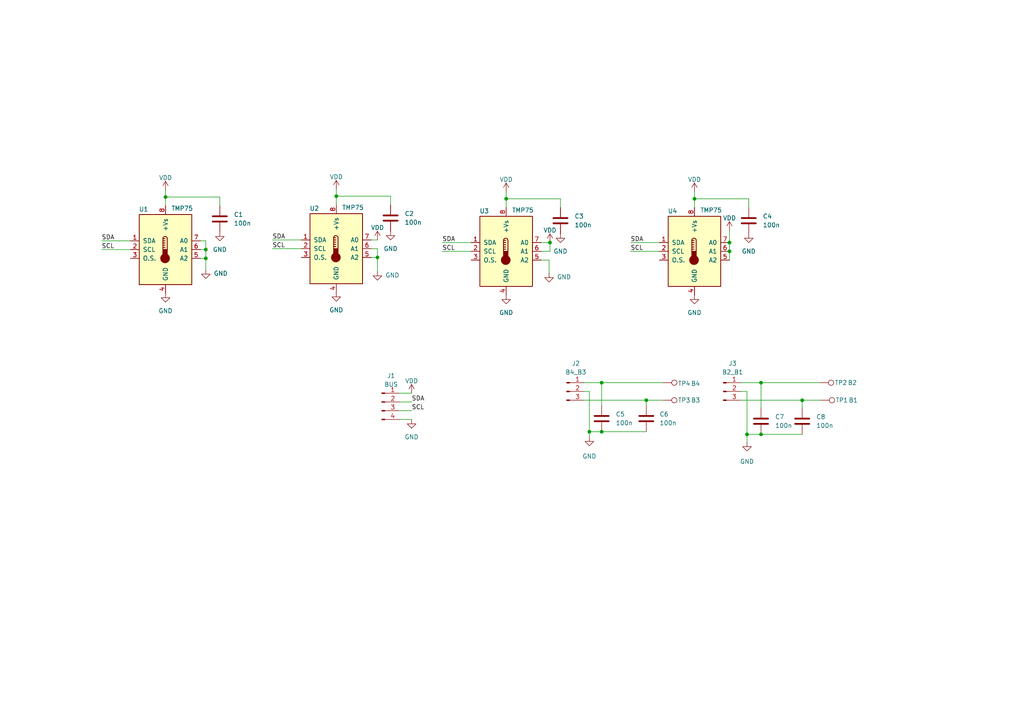
<source format=kicad_sch>
(kicad_sch (version 20210621) (generator eeschema)
  (paper "A4")
  (title_block (title "SDKK-LII-500-SB1") (date "2021-07-26") (rev "1") (company "FSCK.PL"))
  (lib_symbols
    (symbol "Connector:Conn_01x03_Male" (pin_names (offset 1.016) hide)
      (property "Reference" "J" (at 0 5.08 0))
      (property "Value" "Conn_01x03_Male" (at 0 -5.08 0))
      (symbol "Conn_01x03_Male_1_1"
        (rectangle (start 0.8636 -2.413) (end 0 -2.667) (stroke (width 0.1524)) (fill (type outline)))
        (rectangle (start 0.8636 0.127) (end 0 -0.127) (stroke (width 0.1524)) (fill (type outline)))
        (rectangle (start 0.8636 2.667) (end 0 2.413) (stroke (width 0.1524)) (fill (type outline)))
        (polyline (pts (xy 1.27 -2.54) (xy 0.8636 -2.54)) (stroke (width 0.1524)))
        (polyline (pts (xy 1.27 0) (xy 0.8636 0)) (stroke (width 0.1524)))
        (polyline (pts (xy 1.27 2.54) (xy 0.8636 2.54)) (stroke (width 0.1524)))
        (pin passive line (at 5.08 2.54 180) (length 3.81) (name "Pin_1") (number "1"))
        (pin passive line (at 5.08 0 180) (length 3.81) (name "Pin_2") (number "2"))
        (pin passive line (at 5.08 -2.54 180) (length 3.81) (name "Pin_3") (number "3"))
      )
    )
    (symbol "Connector:Conn_01x04_Male" (pin_names (offset 1.016) hide)
      (property "Reference" "J" (at 0 5.08 0))
      (property "Value" "Conn_01x04_Male" (at 0 -7.62 0))
      (symbol "Conn_01x04_Male_1_1"
        (rectangle (start 0.8636 -4.953) (end 0 -5.207) (stroke (width 0.1524)) (fill (type outline)))
        (rectangle (start 0.8636 -2.413) (end 0 -2.667) (stroke (width 0.1524)) (fill (type outline)))
        (rectangle (start 0.8636 0.127) (end 0 -0.127) (stroke (width 0.1524)) (fill (type outline)))
        (rectangle (start 0.8636 2.667) (end 0 2.413) (stroke (width 0.1524)) (fill (type outline)))
        (polyline (pts (xy 1.27 -5.08) (xy 0.8636 -5.08)) (stroke (width 0.1524)))
        (polyline (pts (xy 1.27 -2.54) (xy 0.8636 -2.54)) (stroke (width 0.1524)))
        (polyline (pts (xy 1.27 0) (xy 0.8636 0)) (stroke (width 0.1524)))
        (polyline (pts (xy 1.27 2.54) (xy 0.8636 2.54)) (stroke (width 0.1524)))
        (pin passive line (at 5.08 2.54 180) (length 3.81) (name "Pin_1") (number "1"))
        (pin passive line (at 5.08 0 180) (length 3.81) (name "Pin_2") (number "2"))
        (pin passive line (at 5.08 -2.54 180) (length 3.81) (name "Pin_3") (number "3"))
        (pin passive line (at 5.08 -5.08 180) (length 3.81) (name "Pin_4") (number "4"))
      )
    )
    (symbol "Connector:TestPoint" (pin_numbers hide) (pin_names (offset 0.762) hide)
      (property "Reference" "TP" (at 0 6.858 0))
      (property "Value" "TestPoint" (at 0 5.08 0))
      (symbol "TestPoint_0_1"
        (circle (center 0 3.302) (radius 0.762))
      )
      (symbol "TestPoint_1_1"
        (pin passive line (at 0 0 90) (length 2.54) (name "1") (number "1"))
      )
    )
    (symbol "Device:C" (pin_numbers hide) (pin_names (offset 0.254))
      (property "Reference" "C" (at 0.635 2.54 0))
      (property "Value" "C" (at 0.635 -2.54 0))
      (symbol "C_0_1"
        (polyline (pts (xy -2.032 -0.762) (xy 2.032 -0.762)) (stroke (width 0.508)))
        (polyline (pts (xy -2.032 0.762) (xy 2.032 0.762)) (stroke (width 0.508)))
      )
      (symbol "C_1_1"
        (pin passive line (at 0 3.81 270) (length 2.794) (name "~") (number "1"))
        (pin passive line (at 0 -3.81 90) (length 2.794) (name "~") (number "2"))
      )
    )
    (symbol "Sensor_Temperature:LM75B" (pin_names (offset 1.016))
      (property "Reference" "U" (at -6.35 11.43 0))
      (property "Value" "LM75B" (at 0 11.43 0))
      (symbol "LM75B_0_1"
        (arc (start 0.508 3.175) (end -0.762 3.175) (radius (at -0.127 3.175) (length 0.635) (angles 0.1 179.9)) (stroke (width 0.254)))
        (circle (center -0.127 -2.54) (radius 1.27) (stroke (width 0.254)) (fill (type outline)))
        (rectangle (start 0.508 -1.905) (end -0.762 0) (stroke (width 0.254)) (fill (type outline)))
        (rectangle (start -7.62 10.16) (end 7.62 -10.16) (stroke (width 0.254)) (fill (type background)))
        (polyline (pts (xy -0.762 0.635) (xy -0.127 0.635)) (stroke (width 0.254)))
        (polyline (pts (xy -0.762 1.27) (xy -0.127 1.27)) (stroke (width 0.254)))
        (polyline (pts (xy -0.762 1.905) (xy -0.127 1.905)) (stroke (width 0.254)))
        (polyline (pts (xy -0.762 2.54) (xy -0.127 2.54)) (stroke (width 0.254)))
        (polyline (pts (xy -0.762 3.175) (xy -0.762 0)) (stroke (width 0.254)))
        (polyline (pts (xy -0.762 3.175) (xy -0.127 3.175)) (stroke (width 0.254)))
        (polyline (pts (xy 0.508 3.175) (xy 0.508 0)) (stroke (width 0.254)))
      )
      (symbol "LM75B_1_1"
        (pin bidirectional line (at -10.16 2.54 0) (length 2.54) (name "SDA") (number "1"))
        (pin input line (at -10.16 0 0) (length 2.54) (name "SCL") (number "2"))
        (pin open_collector line (at -10.16 -2.54 0) (length 2.54) (name "O.S.") (number "3"))
        (pin power_in line (at 0 -12.7 90) (length 2.54) (name "GND") (number "4"))
        (pin input line (at 10.16 -2.54 180) (length 2.54) (name "A2") (number "5"))
        (pin input line (at 10.16 0 180) (length 2.54) (name "A1") (number "6"))
        (pin input line (at 10.16 2.54 180) (length 2.54) (name "A0") (number "7"))
        (pin power_in line (at 0 12.7 270) (length 2.54) (name "+Vs") (number "8"))
      )
    )
    (symbol "power:GND" (power) (pin_names (offset 0))
      (property "Value" "GND" (at 0 -3.81 0))
      (symbol "GND_0_1"
        (polyline (pts (xy 0 0) (xy 0 -1.27) (xy 1.27 -1.27) (xy 0 -2.54) (xy -1.27 -1.27) (xy 0 -1.27)))
      )
      (symbol "GND_1_1"
        (pin power_in line (at 0 0 270) (length 0) hide (name "GND") (number "1"))
      )
    )
    (symbol "power:VDD" (power) (pin_names (offset 0))
      (property "Value" "VDD" (at 0 3.81 0))
      (symbol "VDD_0_1"
        (polyline (pts (xy -0.762 1.27) (xy 0 2.54)))
        (polyline (pts (xy 0 0) (xy 0 2.54)))
        (polyline (pts (xy 0 2.54) (xy 0.762 1.27)))
      )
      (symbol "VDD_1_1"
        (pin power_in line (at 0 0 90) (length 0) hide (name "VDD") (number "1"))
      )
    )
  )
  (junction (at 48.006 57.15) (diameter 0.9144))
  (junction (at 59.69 72.39) (diameter 0.9144))
  (junction (at 59.69 74.93) (diameter 0.9144))
  (junction (at 97.536 56.896) (diameter 0.9144))
  (junction (at 109.474 74.676) (diameter 0.9144))
  (junction (at 146.812 57.658) (diameter 0.9144))
  (junction (at 159.512 70.358) (diameter 0.9144))
  (junction (at 170.942 125.222) (diameter 0.9144))
  (junction (at 174.498 110.998) (diameter 0.9144))
  (junction (at 174.498 125.222) (diameter 0.9144))
  (junction (at 187.452 116.078) (diameter 0.9144))
  (junction (at 201.422 57.658) (diameter 0.9144))
  (junction (at 211.582 70.358) (diameter 0.9144))
  (junction (at 211.582 72.898) (diameter 0.9144))
  (junction (at 216.662 125.984) (diameter 0.9144))
  (junction (at 220.726 110.998) (diameter 0.9144))
  (junction (at 220.726 125.984) (diameter 0.9144))
  (junction (at 232.664 116.078) (diameter 0.9144))
  (wire (pts (xy 29.464 69.85) (xy 37.846 69.85)))
  (wire (pts (xy 29.464 72.39) (xy 37.846 72.39)))
  (wire (pts (xy 48.006 55.118) (xy 48.006 57.15)))
  (wire (pts (xy 48.006 57.15) (xy 48.006 59.69)))
  (wire (pts (xy 48.006 57.15) (xy 63.754 57.15)))
  (wire (pts (xy 58.166 69.85) (xy 59.69 69.85)))
  (wire (pts (xy 58.166 72.39) (xy 59.69 72.39)))
  (wire (pts (xy 58.166 74.93) (xy 59.69 74.93)))
  (wire (pts (xy 59.69 69.85) (xy 59.69 72.39)))
  (wire (pts (xy 59.69 72.39) (xy 59.69 74.93)))
  (wire (pts (xy 59.69 74.93) (xy 59.69 78.232)))
  (wire (pts (xy 63.754 57.15) (xy 63.754 59.69)))
  (wire (pts (xy 78.994 69.596) (xy 87.376 69.596)))
  (wire (pts (xy 78.994 72.136) (xy 87.376 72.136)))
  (wire (pts (xy 97.536 54.864) (xy 97.536 56.896)))
  (wire (pts (xy 97.536 56.896) (xy 97.536 59.436)))
  (wire (pts (xy 97.536 56.896) (xy 113.284 56.896)))
  (wire (pts (xy 107.696 69.596) (xy 109.474 69.596)))
  (wire (pts (xy 107.696 72.136) (xy 109.474 72.136)))
  (wire (pts (xy 107.696 74.676) (xy 109.474 74.676)))
  (wire (pts (xy 109.474 72.136) (xy 109.474 74.676)))
  (wire (pts (xy 109.474 74.676) (xy 109.474 78.74)))
  (wire (pts (xy 113.284 56.896) (xy 113.284 59.436)))
  (wire (pts (xy 115.824 114.046) (xy 119.38 114.046)))
  (wire (pts (xy 115.824 116.586) (xy 119.38 116.586)))
  (wire (pts (xy 115.824 119.126) (xy 119.38 119.126)))
  (wire (pts (xy 119.38 121.666) (xy 115.824 121.666)))
  (wire (pts (xy 128.27 70.358) (xy 136.652 70.358)))
  (wire (pts (xy 128.27 72.898) (xy 136.652 72.898)))
  (wire (pts (xy 146.812 55.626) (xy 146.812 57.658)))
  (wire (pts (xy 146.812 57.658) (xy 146.812 60.198)))
  (wire (pts (xy 146.812 57.658) (xy 162.56 57.658)))
  (wire (pts (xy 156.972 70.358) (xy 159.512 70.358)))
  (wire (pts (xy 156.972 72.898) (xy 159.512 72.898)))
  (wire (pts (xy 156.972 75.438) (xy 159.258 75.438)))
  (wire (pts (xy 159.258 75.438) (xy 159.258 79.248)))
  (wire (pts (xy 159.512 72.898) (xy 159.512 70.358)))
  (wire (pts (xy 162.56 57.658) (xy 162.56 60.198)))
  (wire (pts (xy 169.418 110.998) (xy 174.498 110.998)))
  (wire (pts (xy 169.418 113.538) (xy 170.942 113.538)))
  (wire (pts (xy 169.418 116.078) (xy 187.452 116.078)))
  (wire (pts (xy 170.942 113.538) (xy 170.942 125.222)))
  (wire (pts (xy 170.942 125.222) (xy 170.942 126.746)))
  (wire (pts (xy 174.498 110.998) (xy 174.498 117.602)))
  (wire (pts (xy 174.498 110.998) (xy 192.278 110.998)))
  (wire (pts (xy 174.498 125.222) (xy 170.942 125.222)))
  (wire (pts (xy 174.498 125.222) (xy 187.452 125.222)))
  (wire (pts (xy 182.88 70.358) (xy 191.262 70.358)))
  (wire (pts (xy 182.88 72.898) (xy 191.262 72.898)))
  (wire (pts (xy 187.452 116.078) (xy 187.452 117.602)))
  (wire (pts (xy 187.452 116.078) (xy 192.278 116.078)))
  (wire (pts (xy 201.422 55.626) (xy 201.422 57.658)))
  (wire (pts (xy 201.422 57.658) (xy 201.422 60.198)))
  (wire (pts (xy 201.422 57.658) (xy 217.17 57.658)))
  (wire (pts (xy 211.582 66.802) (xy 211.582 70.358)))
  (wire (pts (xy 211.582 70.358) (xy 211.582 72.898)))
  (wire (pts (xy 211.582 72.898) (xy 211.582 75.438)))
  (wire (pts (xy 214.884 110.998) (xy 220.726 110.998)))
  (wire (pts (xy 214.884 113.538) (xy 216.662 113.538)))
  (wire (pts (xy 214.884 116.078) (xy 232.664 116.078)))
  (wire (pts (xy 216.662 113.538) (xy 216.662 125.984)))
  (wire (pts (xy 216.662 125.984) (xy 216.662 128.27)))
  (wire (pts (xy 217.17 57.658) (xy 217.17 60.198)))
  (wire (pts (xy 220.726 110.998) (xy 220.726 118.364)))
  (wire (pts (xy 220.726 110.998) (xy 237.744 110.998)))
  (wire (pts (xy 220.726 125.984) (xy 216.662 125.984)))
  (wire (pts (xy 220.726 125.984) (xy 232.664 125.984)))
  (wire (pts (xy 232.664 116.078) (xy 232.664 118.364)))
  (wire (pts (xy 232.664 116.078) (xy 237.998 116.078)))
  (label "SDA" (at 29.464 69.85 0))
  (label "SCL" (at 29.464 72.39 0))
  (label "SDA" (at 78.994 69.596 0))
  (label "SCL" (at 78.994 72.136 0))
  (label "SDA" (at 119.38 116.586 0))
  (label "SCL" (at 119.38 119.126 0))
  (label "SDA" (at 128.27 70.358 0))
  (label "SCL" (at 128.27 72.898 0))
  (label "SDA" (at 182.88 70.358 0))
  (label "SCL" (at 182.88 72.898 0))
  (symbol (lib_id "power:VDD") (at 48.006 55.118 0) (unit 1)
    (property "Reference" "#PWR0116" (effects hide))
    (property "Value" "VDD" (at 48.006 51.562 0))
  )
  (symbol (lib_id "power:VDD") (at 97.536 54.864 0) (unit 1)
    (property "Reference" "#PWR0112" (effects hide))
    (property "Value" "VDD" (at 97.536 51.308 0))
  )
  (symbol (lib_id "power:VDD") (at 109.474 69.596 0) (unit 1)
    (property "Reference" "#PWR0114" (effects hide))
    (property "Value" "VDD" (at 109.474 66.04 0))
  )
  (symbol (lib_id "power:VDD") (at 119.38 114.046 0) (unit 1)
    (property "Reference" "#PWR01" (effects hide))
    (property "Value" "VDD" (at 119.38 110.49 0))
  )
  (symbol (lib_id "power:VDD") (at 146.812 55.626 0) (unit 1)
    (property "Reference" "#PWR0104" (effects hide))
    (property "Value" "VDD" (at 146.812 52.07 0))
  )
  (symbol (lib_id "power:VDD") (at 159.512 70.358 0) (unit 1)
    (property "Reference" "#PWR0108" (effects hide))
    (property "Value" "VDD" (at 159.512 66.802 0))
  )
  (symbol (lib_id "power:VDD") (at 201.422 55.626 0) (unit 1)
    (property "Reference" "#PWR0105" (effects hide))
    (property "Value" "VDD" (at 201.422 52.07 0))
  )
  (symbol (lib_id "power:VDD") (at 211.582 66.802 0) (unit 1)
    (property "Reference" "#PWR0106" (effects hide))
    (property "Value" "VDD" (at 211.582 63.246 0))
  )
  (symbol (lib_id "Connector:TestPoint") (at 192.278 110.998 270) (unit 1)
    (property "Reference" "TP4" (at 196.596 111.2519 90) (effects (justify left)))
    (property "Value" "B4" (at 200.406 111.2519 90) (effects (justify left)))
    (property "Footprint" "TestPoint:TestPoint_Loop_D2.54mm_Drill1.5mm_Beaded" (effects hide))
  )
  (symbol (lib_id "Connector:TestPoint") (at 192.278 116.078 270) (unit 1)
    (property "Reference" "TP3" (at 196.596 116.0779 90) (effects (justify left)))
    (property "Value" "B3" (at 200.406 116.0779 90) (effects (justify left)))
    (property "Footprint" "TestPoint:TestPoint_Loop_D2.54mm_Drill1.5mm_Beaded" (effects hide))
  )
  (symbol (lib_id "Connector:TestPoint") (at 237.744 110.998 270) (unit 1)
    (property "Reference" "TP2" (at 242.062 110.9979 90) (effects (justify left)))
    (property "Value" "B2" (at 245.872 110.9979 90) (effects (justify left)))
    (property "Footprint" "TestPoint:TestPoint_Loop_D2.54mm_Drill1.5mm_Beaded" (effects hide))
  )
  (symbol (lib_id "Connector:TestPoint") (at 237.998 116.078 270) (unit 1)
    (property "Reference" "TP1" (at 242.316 116.0779 90) (effects (justify left)))
    (property "Value" "B1" (at 246.126 116.0779 90) (effects (justify left)))
    (property "Footprint" "TestPoint:TestPoint_Loop_D2.54mm_Drill1.5mm_Beaded" (effects hide))
  )
  (symbol (lib_id "power:GND") (at 48.006 85.09 0) (unit 1)
    (property "Reference" "#PWR0117" (effects hide))
    (property "Value" "GND" (at 48.006 90.17 0))
  )
  (symbol (lib_id "power:GND") (at 59.69 78.232 0) (unit 1)
    (property "Reference" "#PWR0118" (effects hide))
    (property "Value" "GND" (at 61.976 79.3114 0) (effects (justify left)))
  )
  (symbol (lib_id "power:GND") (at 63.754 67.31 0) (unit 1)
    (property "Reference" "#PWR0115" (effects hide))
    (property "Value" "GND" (at 63.754 72.39 0))
  )
  (symbol (lib_id "power:GND") (at 97.536 84.836 0) (unit 1)
    (property "Reference" "#PWR0110" (effects hide))
    (property "Value" "GND" (at 97.536 89.916 0))
  )
  (symbol (lib_id "power:GND") (at 109.474 78.74 0) (unit 1)
    (property "Reference" "#PWR0111" (effects hide))
    (property "Value" "GND" (at 111.76 79.8194 0) (effects (justify left)))
  )
  (symbol (lib_id "power:GND") (at 113.284 67.056 0) (unit 1)
    (property "Reference" "#PWR0113" (effects hide))
    (property "Value" "GND" (at 113.284 72.136 0))
  )
  (symbol (lib_id "power:GND") (at 119.38 121.666 0) (unit 1)
    (property "Reference" "#PWR02" (effects hide))
    (property "Value" "GND" (at 119.38 126.746 0))
  )
  (symbol (lib_id "power:GND") (at 146.812 85.598 0) (unit 1)
    (property "Reference" "#PWR0102" (effects hide))
    (property "Value" "GND" (at 146.812 90.678 0))
  )
  (symbol (lib_id "power:GND") (at 159.258 79.248 0) (unit 1)
    (property "Reference" "#PWR0103" (effects hide))
    (property "Value" "GND" (at 161.544 80.3274 0) (effects (justify left)))
  )
  (symbol (lib_id "power:GND") (at 162.56 67.818 0) (unit 1)
    (property "Reference" "#PWR0107" (effects hide))
    (property "Value" "GND" (at 162.56 72.898 0))
  )
  (symbol (lib_id "power:GND") (at 170.942 126.746 0) (unit 1)
    (property "Reference" "#PWR03" (effects hide))
    (property "Value" "GND" (at 170.942 132.334 0))
  )
  (symbol (lib_id "power:GND") (at 201.422 85.598 0) (unit 1)
    (property "Reference" "#PWR0101" (effects hide))
    (property "Value" "GND" (at 201.422 90.678 0))
  )
  (symbol (lib_id "power:GND") (at 216.662 128.27 0) (unit 1)
    (property "Reference" "#PWR04" (effects hide))
    (property "Value" "GND" (at 216.662 133.858 0))
  )
  (symbol (lib_id "power:GND") (at 217.17 67.818 0) (unit 1)
    (property "Reference" "#PWR0109" (effects hide))
    (property "Value" "GND" (at 217.17 72.898 0))
  )
  (symbol (lib_id "Connector:Conn_01x03_Male") (at 164.338 113.538 0) (unit 1)
    (property "Reference" "J2" (at 167.0304 105.41 0))
    (property "Value" "B4_B3" (at 167.0304 107.95 0))
    (property "Footprint" "Connector_PinHeader_2.54mm:PinHeader_1x03_P2.54mm_Vertical" (effects hide))
  )
  (symbol (lib_id "Connector:Conn_01x03_Male") (at 209.804 113.538 0) (unit 1)
    (property "Reference" "J3" (at 212.4964 105.41 0))
    (property "Value" "B2_B1" (at 212.4964 107.95 0))
    (property "Footprint" "Connector_PinHeader_2.54mm:PinHeader_1x03_P2.54mm_Vertical" (effects hide))
  )
  (symbol (lib_id "Device:C") (at 63.754 63.5 0) (unit 1)
    (property "Reference" "C1" (at 67.818 62.2299 0) (effects (justify left)))
    (property "Value" "100n" (at 67.818 64.7699 0) (effects (justify left)))
    (property "Footprint" "Capacitor_SMD:C_0402_1005Metric" (effects hide))
    (property "Manufacturer" "Samsung Electro-Mechanics" (effects hide))
    (property "MFR.Part #" " CL05B104KO5NNNC " (effects hide))
    (property "JLCPCB Part #" "C1525" (effects hide))
    (property "Description" "0402 Multilayer Ceramic Capacitors MLCC - SMD/SMT ROHS" (effects hide))
  )
  (symbol (lib_id "Device:C") (at 113.284 63.246 0) (unit 1)
    (property "Reference" "C2" (at 117.348 61.9759 0) (effects (justify left)))
    (property "Value" "100n" (at 117.348 64.5159 0) (effects (justify left)))
    (property "Footprint" "Capacitor_SMD:C_0402_1005Metric" (effects hide))
    (property "Manufacturer" "Samsung Electro-Mechanics" (effects hide))
    (property "MFR.Part #" " CL05B104KO5NNNC " (effects hide))
    (property "JLCPCB Part #" "C1525" (effects hide))
    (property "Description" "0402 Multilayer Ceramic Capacitors MLCC - SMD/SMT ROHS" (effects hide))
  )
  (symbol (lib_id "Device:C") (at 162.56 64.008 0) (unit 1)
    (property "Reference" "C3" (at 166.624 62.7379 0) (effects (justify left)))
    (property "Value" "100n" (at 166.624 65.2779 0) (effects (justify left)))
    (property "Footprint" "Capacitor_SMD:C_0402_1005Metric" (effects hide))
    (property "Manufacturer" "Samsung Electro-Mechanics" (effects hide))
    (property "MFR.Part #" " CL05B104KO5NNNC " (effects hide))
    (property "JLCPCB Part #" "C1525" (effects hide))
    (property "Description" "0402 Multilayer Ceramic Capacitors MLCC - SMD/SMT ROHS" (effects hide))
  )
  (symbol (lib_id "Device:C") (at 174.498 121.412 180) (unit 1)
    (property "Reference" "C5" (at 178.562 120.1419 0) (effects (justify right)))
    (property "Value" "100n" (at 178.562 122.6819 0) (effects (justify right)))
    (property "Footprint" "Capacitor_SMD:C_0402_1005Metric" (effects hide))
    (property "Manufacturer" "Samsung Electro-Mechanics" (effects hide))
    (property "MFR.Part #" " CL05B104KO5NNNC " (effects hide))
    (property "JLCPCB Part #" "C1525" (effects hide))
    (property "Description" "0402 Multilayer Ceramic Capacitors MLCC - SMD/SMT ROHS" (effects hide))
  )
  (symbol (lib_id "Device:C") (at 187.452 121.412 180) (unit 1)
    (property "Reference" "C6" (at 191.262 120.1419 0) (effects (justify right)))
    (property "Value" "100n" (at 191.262 122.6819 0) (effects (justify right)))
    (property "Footprint" "Capacitor_SMD:C_0402_1005Metric" (effects hide))
    (property "Manufacturer" "Samsung Electro-Mechanics" (effects hide))
    (property "MFR.Part #" " CL05B104KO5NNNC " (effects hide))
    (property "JLCPCB Part #" "C1525" (effects hide))
    (property "Description" "0402 Multilayer Ceramic Capacitors MLCC - SMD/SMT ROHS" (effects hide))
  )
  (symbol (lib_id "Device:C") (at 217.17 64.008 0) (unit 1)
    (property "Reference" "C4" (at 221.234 62.7379 0) (effects (justify left)))
    (property "Value" "100n" (at 221.234 65.2779 0) (effects (justify left)))
    (property "Footprint" "Capacitor_SMD:C_0402_1005Metric" (effects hide))
    (property "Manufacturer" "Samsung Electro-Mechanics" (effects hide))
    (property "MFR.Part #" " CL05B104KO5NNNC " (effects hide))
    (property "JLCPCB Part #" "C1525" (effects hide))
    (property "Description" "0402 Multilayer Ceramic Capacitors MLCC - SMD/SMT ROHS" (effects hide))
  )
  (symbol (lib_id "Device:C") (at 220.726 122.174 0) (unit 1)
    (property "Reference" "C7" (at 224.79 120.9039 0) (effects (justify left)))
    (property "Value" "100n" (at 224.79 123.4439 0) (effects (justify left)))
    (property "Footprint" "Capacitor_SMD:C_0402_1005Metric" (effects hide))
    (property "Manufacturer" "Samsung Electro-Mechanics" (effects hide))
    (property "MFR.Part #" " CL05B104KO5NNNC " (effects hide))
    (property "JLCPCB Part #" "C1525" (effects hide))
    (property "Description" "0402 Multilayer Ceramic Capacitors MLCC - SMD/SMT ROHS" (effects hide))
  )
  (symbol (lib_id "Device:C") (at 232.664 122.174 0) (unit 1)
    (property "Reference" "C8" (at 236.728 120.9039 0) (effects (justify left)))
    (property "Value" "100n" (at 236.728 123.4439 0) (effects (justify left)))
    (property "Footprint" "Capacitor_SMD:C_0402_1005Metric" (effects hide))
    (property "Manufacturer" "Samsung Electro-Mechanics" (effects hide))
    (property "MFR.Part #" " CL05B104KO5NNNC " (effects hide))
    (property "JLCPCB Part #" "C1525" (effects hide))
    (property "Description" "0402 Multilayer Ceramic Capacitors MLCC - SMD/SMT ROHS" (effects hide))
  )
  (symbol (lib_id "Connector:Conn_01x04_Male") (at 110.744 116.586 0) (unit 1)
    (property "Reference" "J1" (at 113.4364 108.966 0))
    (property "Value" "BUS" (at 113.4364 111.506 0))
    (property "Footprint" "Connector_PinHeader_2.54mm:PinHeader_1x04_P2.54mm_Vertical" (effects hide))
  )
  (symbol (lib_id "Sensor_Temperature:LM75B") (at 48.006 72.39 0) (unit 1)
    (property "Reference" "U1" (at 41.656 60.706 0))
    (property "Value" "TMP75" (at 52.832 60.452 0))
    (property "Footprint" "Package_SO:SO-8_3.9x4.9mm_P1.27mm" (effects hide))
    (property "Datasheet" "https://datasheet.lcsc.com/lcsc/1809081725_Texas-Instruments-TMP75AIDR_C30389.pdf" (effects hide))
    (property "Manufacturer" "Texas Instruments" (effects hide))
    (property "MFR.Part #" "TMP75AIDR" (effects hide))
    (property "JLCPCB Part #" "C30389" (effects hide))
    (property "Description" "-40°C ~ 125°C One-Shot, Output Switch, Programmable Resolution, Shutdown Mode, Standby Mode - Digital, Local 11 b I²C/SMBus SOIC-8_150mil Temperature Sensors ROHS" (effects hide))
  )
  (symbol (lib_id "Sensor_Temperature:LM75B") (at 97.536 72.136 0) (unit 1)
    (property "Reference" "U2" (at 91.186 60.452 0))
    (property "Value" "TMP75" (at 102.362 60.198 0))
    (property "Footprint" "Package_SO:SO-8_3.9x4.9mm_P1.27mm" (effects hide))
    (property "Datasheet" "https://datasheet.lcsc.com/lcsc/1809081725_Texas-Instruments-TMP75AIDR_C30389.pdf" (effects hide))
    (property "Manufacturer" "Texas Instruments" (effects hide))
    (property "MFR.Part #" "TMP75AIDR" (effects hide))
    (property "JLCPCB Part #" "C30389" (effects hide))
    (property "Description" "-40°C ~ 125°C One-Shot, Output Switch, Programmable Resolution, Shutdown Mode, Standby Mode - Digital, Local 11 b I²C/SMBus SOIC-8_150mil Temperature Sensors ROHS" (effects hide))
  )
  (symbol (lib_id "Sensor_Temperature:LM75B") (at 146.812 72.898 0) (unit 1)
    (property "Reference" "U3" (at 140.462 61.214 0))
    (property "Value" "TMP75" (at 151.638 60.96 0))
    (property "Footprint" "Package_SO:SO-8_3.9x4.9mm_P1.27mm" (effects hide))
    (property "Datasheet" "https://datasheet.lcsc.com/lcsc/1809081725_Texas-Instruments-TMP75AIDR_C30389.pdf" (effects hide))
    (property "Manufacturer" "Texas Instruments" (effects hide))
    (property "MFR.Part #" "TMP75AIDR" (effects hide))
    (property "JLCPCB Part #" "C30389" (effects hide))
    (property "Description" "-40°C ~ 125°C One-Shot, Output Switch, Programmable Resolution, Shutdown Mode, Standby Mode - Digital, Local 11 b I²C/SMBus SOIC-8_150mil Temperature Sensors ROHS" (effects hide))
  )
  (symbol (lib_id "Sensor_Temperature:LM75B") (at 201.422 72.898 0) (unit 1)
    (property "Reference" "U4" (at 195.072 61.214 0))
    (property "Value" "TMP75" (at 206.248 60.96 0))
    (property "Footprint" "Package_SO:SO-8_3.9x4.9mm_P1.27mm" (effects hide))
    (property "Datasheet" "https://datasheet.lcsc.com/lcsc/1809081725_Texas-Instruments-TMP75AIDR_C30389.pdf" (effects hide))
    (property "Manufacturer" "Texas Instruments" (effects hide))
    (property "MFR.Part #" "TMP75AIDR" (effects hide))
    (property "JLCPCB Part #" "C30389" (effects hide))
    (property "Description" "-40°C ~ 125°C One-Shot, Output Switch, Programmable Resolution, Shutdown Mode, Standby Mode - Digital, Local 11 b I²C/SMBus SOIC-8_150mil Temperature Sensors ROHS" (effects hide))
  )
)
</source>
